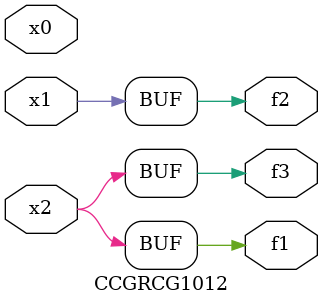
<source format=v>
module CCGRCG1012(
	input x0, x1, x2,
	output f1, f2, f3
);
	assign f1 = x2;
	assign f2 = x1;
	assign f3 = x2;
endmodule

</source>
